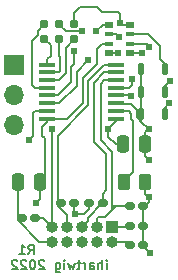
<source format=gbr>
%TF.GenerationSoftware,KiCad,Pcbnew,(6.0.5-0)*%
%TF.CreationDate,2022-12-27T15:40:18-08:00*%
%TF.ProjectId,talonsrx-enc-aeat-6600,74616c6f-6e73-4727-982d-656e632d6165,rev?*%
%TF.SameCoordinates,PX9157080PY6d01460*%
%TF.FileFunction,Copper,L2,Bot*%
%TF.FilePolarity,Positive*%
%FSLAX46Y46*%
G04 Gerber Fmt 4.6, Leading zero omitted, Abs format (unit mm)*
G04 Created by KiCad (PCBNEW (6.0.5-0)) date 2022-12-27 15:40:18*
%MOMM*%
%LPD*%
G01*
G04 APERTURE LIST*
G04 Aperture macros list*
%AMRoundRect*
0 Rectangle with rounded corners*
0 $1 Rounding radius*
0 $2 $3 $4 $5 $6 $7 $8 $9 X,Y pos of 4 corners*
0 Add a 4 corners polygon primitive as box body*
4,1,4,$2,$3,$4,$5,$6,$7,$8,$9,$2,$3,0*
0 Add four circle primitives for the rounded corners*
1,1,$1+$1,$2,$3*
1,1,$1+$1,$4,$5*
1,1,$1+$1,$6,$7*
1,1,$1+$1,$8,$9*
0 Add four rect primitives between the rounded corners*
20,1,$1+$1,$2,$3,$4,$5,0*
20,1,$1+$1,$4,$5,$6,$7,0*
20,1,$1+$1,$6,$7,$8,$9,0*
20,1,$1+$1,$8,$9,$2,$3,0*%
G04 Aperture macros list end*
%ADD10C,0.152400*%
%TA.AperFunction,NonConductor*%
%ADD11C,0.152400*%
%TD*%
%TA.AperFunction,SMDPad,CuDef*%
%ADD12RoundRect,0.160000X-0.222500X-0.160000X0.222500X-0.160000X0.222500X0.160000X-0.222500X0.160000X0*%
%TD*%
%TA.AperFunction,SMDPad,CuDef*%
%ADD13RoundRect,0.160000X0.222500X0.160000X-0.222500X0.160000X-0.222500X-0.160000X0.222500X-0.160000X0*%
%TD*%
%TA.AperFunction,ComponentPad*%
%ADD14O,1.700000X1.700000*%
%TD*%
%TA.AperFunction,ComponentPad*%
%ADD15R,1.700000X1.700000*%
%TD*%
%TA.AperFunction,SMDPad,CuDef*%
%ADD16RoundRect,0.250000X-0.250000X-0.475000X0.250000X-0.475000X0.250000X0.475000X-0.250000X0.475000X0*%
%TD*%
%TA.AperFunction,SMDPad,CuDef*%
%ADD17R,1.475000X0.450000*%
%TD*%
%TA.AperFunction,ComponentPad*%
%ADD18R,1.000000X1.000000*%
%TD*%
%TA.AperFunction,ComponentPad*%
%ADD19O,1.000000X1.000000*%
%TD*%
%TA.AperFunction,SMDPad,CuDef*%
%ADD20R,0.800000X0.500000*%
%TD*%
%TA.AperFunction,SMDPad,CuDef*%
%ADD21R,0.800000X0.400000*%
%TD*%
%TA.AperFunction,SMDPad,CuDef*%
%ADD22RoundRect,0.250000X0.250000X0.475000X-0.250000X0.475000X-0.250000X-0.475000X0.250000X-0.475000X0*%
%TD*%
%TA.AperFunction,SMDPad,CuDef*%
%ADD23RoundRect,0.143750X-0.143750X-0.331250X0.143750X-0.331250X0.143750X0.331250X-0.143750X0.331250X0*%
%TD*%
%TA.AperFunction,ConnectorPad*%
%ADD24C,0.784860*%
%TD*%
%TA.AperFunction,SMDPad,CuDef*%
%ADD25RoundRect,0.250000X-0.262500X-0.450000X0.262500X-0.450000X0.262500X0.450000X-0.262500X0.450000X0*%
%TD*%
%TA.AperFunction,ViaPad*%
%ADD26C,0.609600*%
%TD*%
%TA.AperFunction,Conductor*%
%ADD27C,0.203200*%
%TD*%
G04 APERTURE END LIST*
D10*
D11*
X3400869Y1806096D02*
X3667536Y2187048D01*
X3858012Y1806096D02*
X3858012Y2606096D01*
X3553250Y2606096D01*
X3477060Y2568000D01*
X3438964Y2529905D01*
X3400869Y2453715D01*
X3400869Y2339429D01*
X3438964Y2263239D01*
X3477060Y2225143D01*
X3553250Y2187048D01*
X3858012Y2187048D01*
X2638964Y1806096D02*
X3096107Y1806096D01*
X2867536Y1806096D02*
X2867536Y2606096D01*
X2943726Y2491810D01*
X3019917Y2415620D01*
X3096107Y2377524D01*
X10067536Y518096D02*
X10067536Y1051429D01*
X10067536Y1318096D02*
X10105631Y1280000D01*
X10067536Y1241905D01*
X10029440Y1280000D01*
X10067536Y1318096D01*
X10067536Y1241905D01*
X9686583Y518096D02*
X9686583Y1318096D01*
X9343726Y518096D02*
X9343726Y937143D01*
X9381821Y1013334D01*
X9458012Y1051429D01*
X9572298Y1051429D01*
X9648488Y1013334D01*
X9686583Y975239D01*
X8619917Y518096D02*
X8619917Y937143D01*
X8658012Y1013334D01*
X8734202Y1051429D01*
X8886583Y1051429D01*
X8962774Y1013334D01*
X8619917Y556191D02*
X8696107Y518096D01*
X8886583Y518096D01*
X8962774Y556191D01*
X9000869Y632381D01*
X9000869Y708572D01*
X8962774Y784762D01*
X8886583Y822858D01*
X8696107Y822858D01*
X8619917Y860953D01*
X8238964Y518096D02*
X8238964Y1051429D01*
X8238964Y899048D02*
X8200869Y975239D01*
X8162774Y1013334D01*
X8086583Y1051429D01*
X8010393Y1051429D01*
X7858012Y1051429D02*
X7553250Y1051429D01*
X7743726Y1318096D02*
X7743726Y632381D01*
X7705631Y556191D01*
X7629440Y518096D01*
X7553250Y518096D01*
X7362774Y1051429D02*
X7210393Y518096D01*
X7058012Y899048D01*
X6905631Y518096D01*
X6753250Y1051429D01*
X6448488Y518096D02*
X6448488Y1051429D01*
X6448488Y1318096D02*
X6486583Y1280000D01*
X6448488Y1241905D01*
X6410393Y1280000D01*
X6448488Y1318096D01*
X6448488Y1241905D01*
X5724679Y1051429D02*
X5724679Y403810D01*
X5762774Y327620D01*
X5800869Y289524D01*
X5877060Y251429D01*
X5991345Y251429D01*
X6067536Y289524D01*
X5724679Y556191D02*
X5800869Y518096D01*
X5953250Y518096D01*
X6029440Y556191D01*
X6067536Y594286D01*
X6105631Y670477D01*
X6105631Y899048D01*
X6067536Y975239D01*
X6029440Y1013334D01*
X5953250Y1051429D01*
X5800869Y1051429D01*
X5724679Y1013334D01*
X4772298Y1241905D02*
X4734202Y1280000D01*
X4658012Y1318096D01*
X4467536Y1318096D01*
X4391345Y1280000D01*
X4353250Y1241905D01*
X4315155Y1165715D01*
X4315155Y1089524D01*
X4353250Y975239D01*
X4810393Y518096D01*
X4315155Y518096D01*
X3819917Y1318096D02*
X3743726Y1318096D01*
X3667536Y1280000D01*
X3629440Y1241905D01*
X3591345Y1165715D01*
X3553250Y1013334D01*
X3553250Y822858D01*
X3591345Y670477D01*
X3629440Y594286D01*
X3667536Y556191D01*
X3743726Y518096D01*
X3819917Y518096D01*
X3896107Y556191D01*
X3934202Y594286D01*
X3972298Y670477D01*
X4010393Y822858D01*
X4010393Y1013334D01*
X3972298Y1165715D01*
X3934202Y1241905D01*
X3896107Y1280000D01*
X3819917Y1318096D01*
X3248488Y1241905D02*
X3210393Y1280000D01*
X3134202Y1318096D01*
X2943726Y1318096D01*
X2867536Y1280000D01*
X2829440Y1241905D01*
X2791345Y1165715D01*
X2791345Y1089524D01*
X2829440Y975239D01*
X3286583Y518096D01*
X2791345Y518096D01*
X2486583Y1241905D02*
X2448488Y1280000D01*
X2372298Y1318096D01*
X2181821Y1318096D01*
X2105631Y1280000D01*
X2067536Y1241905D01*
X2029440Y1165715D01*
X2029440Y1089524D01*
X2067536Y975239D01*
X2524679Y518096D01*
X2029440Y518096D01*
D12*
%TO.P,D9,2,A2*%
%TO.N,GND*%
X13145500Y2540000D03*
%TO.P,D9,1,A1*%
%TO.N,+5V*%
X12000500Y2540000D03*
%TD*%
D13*
%TO.P,D8,1,A1*%
%TO.N,/ANA_IN*%
X4001500Y4826000D03*
%TO.P,D8,2,A2*%
%TO.N,GND*%
X2856500Y4826000D03*
%TD*%
D12*
%TO.P,D7,1,A1*%
%TO.N,+3V3*%
X12000500Y4191000D03*
%TO.P,D7,2,A2*%
%TO.N,GND*%
X13145500Y4191000D03*
%TD*%
%TO.P,D6,1,A1*%
%TO.N,/ENC_A*%
X6158500Y6096000D03*
%TO.P,D6,2,A2*%
%TO.N,GND*%
X7303500Y6096000D03*
%TD*%
D13*
%TO.P,D5,1,A1*%
%TO.N,/ENC_B*%
X9716500Y6096000D03*
%TO.P,D5,2,A2*%
%TO.N,GND*%
X8571500Y6096000D03*
%TD*%
D12*
%TO.P,D4,1,A1*%
%TO.N,/ENC_IDX*%
X12000500Y5842000D03*
%TO.P,D4,2,A2*%
%TO.N,GND*%
X13145500Y5842000D03*
%TD*%
D14*
%TO.P,J3,3,Pin_3*%
%TO.N,+5V*%
X2222500Y12700000D03*
%TO.P,J3,2,Pin_2*%
%TO.N,/ANA_IN*%
X2222500Y15240000D03*
D15*
%TO.P,J3,1,Pin_1*%
%TO.N,GND*%
X2222500Y17780000D03*
%TD*%
D16*
%TO.P,C2,1*%
%TO.N,/ANA_IN*%
X11432500Y11112500D03*
%TO.P,C2,2*%
%TO.N,GND*%
X13332500Y11112500D03*
%TD*%
D17*
%TO.P,U1,16,DO/DI*%
%TO.N,/SSI_DIO*%
X4999500Y17832500D03*
%TO.P,U1,15,CLK*%
%TO.N,/SSI_CLK*%
X4999500Y17182500D03*
%TO.P,U1,14,NCS*%
%TO.N,/SSI_NCS*%
X4999500Y16532500D03*
%TO.P,U1,13,PROG*%
%TO.N,/PROG*%
X4999500Y15882500D03*
%TO.P,U1,12,VPP*%
%TO.N,/VPP*%
X4999500Y15232500D03*
%TO.P,U1,11,PWRDOWN*%
%TO.N,/PWRDOWN*%
X4999500Y14582500D03*
%TO.P,U1,10,VDD_F*%
%TO.N,/VDD_F*%
X4999500Y13932500D03*
%TO.P,U1,9,VDD*%
%TO.N,/VDD*%
X4999500Y13282500D03*
%TO.P,U1,8,PWM*%
%TO.N,/ANA_IN*%
X10875500Y13282500D03*
%TO.P,U1,7,ALIGN*%
%TO.N,/ALIGN*%
X10875500Y13932500D03*
%TO.P,U1,6,GND*%
%TO.N,GND*%
X10875500Y14582500D03*
%TO.P,U1,5,MAG_LO/OTP_PROG_STAT*%
%TO.N,/MAG_LO*%
X10875500Y15232500D03*
%TO.P,U1,4,MAG_HI/OTP_ERR*%
%TO.N,/MAG_HI*%
X10875500Y15882500D03*
%TO.P,U1,3,I/W*%
%TO.N,/ENC_IDX*%
X10875500Y16532500D03*
%TO.P,U1,2,B/V*%
%TO.N,/ENC_B*%
X10875500Y17182500D03*
%TO.P,U1,1,A/U*%
%TO.N,/ENC_A*%
X10875500Y17832500D03*
%TD*%
D18*
%TO.P,J1,1,Pin_1*%
%TO.N,+3V3*%
X10477500Y4117500D03*
D19*
%TO.P,J1,2,Pin_2*%
%TO.N,+5V*%
X10477500Y2847500D03*
%TO.P,J1,3,Pin_3*%
%TO.N,/ENC_IDX*%
X9207500Y4117500D03*
%TO.P,J1,4,Pin_4*%
%TO.N,/LIM_FWD*%
X9207500Y2847500D03*
%TO.P,J1,5,Pin_5*%
%TO.N,/ENC_B*%
X7937500Y4117500D03*
%TO.P,J1,6,Pin_6*%
%TO.N,unconnected-(J1-Pad6)*%
X7937500Y2847500D03*
%TO.P,J1,7,Pin_7*%
%TO.N,/ENC_A*%
X6667500Y4117500D03*
%TO.P,J1,8,Pin_8*%
%TO.N,/LIM_REV*%
X6667500Y2847500D03*
%TO.P,J1,9,Pin_9*%
%TO.N,/ANA_IN*%
X5397500Y4117500D03*
%TO.P,J1,10,Pin_10*%
%TO.N,GND*%
X5397500Y2847500D03*
%TD*%
D20*
%TO.P,RN1,1,R1.1*%
%TO.N,GND*%
X12012500Y21202500D03*
D21*
%TO.P,RN1,2,R1.1*%
%TO.N,/MAG_LO_A*%
X12012500Y20402500D03*
%TO.P,RN1,3,R1.1*%
%TO.N,/VDD_A*%
X12012500Y19602500D03*
D20*
%TO.P,RN1,4,R1.1*%
%TO.N,/MAG_HI_A*%
X12012500Y18802500D03*
%TO.P,RN1,5,R1.2*%
%TO.N,/MAG_HI*%
X10212500Y18802500D03*
D21*
%TO.P,RN1,6,R1.2*%
%TO.N,/VDD*%
X10212500Y19602500D03*
%TO.P,RN1,7,R1.2*%
%TO.N,/MAG_LO*%
X10212500Y20402500D03*
D20*
%TO.P,RN1,8,R1.2*%
%TO.N,/PWRDOWN*%
X10212500Y21202500D03*
%TD*%
D22*
%TO.P,C1,2*%
%TO.N,GND*%
X2542500Y7937500D03*
%TO.P,C1,1*%
%TO.N,/VDD*%
X4442500Y7937500D03*
%TD*%
D23*
%TO.P,D3,1,K*%
%TO.N,GND*%
X12982500Y15557500D03*
%TO.P,D3,2,A*%
%TO.N,/VDD_A*%
X14957500Y15557500D03*
%TD*%
%TO.P,D2,1,K*%
%TO.N,GND*%
X12982500Y17462500D03*
%TO.P,D2,2,A*%
%TO.N,/MAG_LO_A*%
X14957500Y17462500D03*
%TD*%
D24*
%TO.P,J2,6,Pin_6*%
%TO.N,/SSI_NCS*%
X7302500Y20002500D03*
%TO.P,J2,5,Pin_5*%
%TO.N,GND*%
X7302500Y21272500D03*
%TO.P,J2,4,Pin_4*%
%TO.N,/SSI_CLK*%
X6032500Y20002500D03*
%TO.P,J2,3,Pin_3*%
%TO.N,/VPP*%
X6032500Y21272500D03*
%TO.P,J2,2,Pin_2*%
%TO.N,/SSI_DIO*%
X4762500Y20002500D03*
%TO.P,J2,1,Pin_1*%
%TO.N,/PROG*%
X4762500Y21272500D03*
%TD*%
D25*
%TO.P,R3,1*%
%TO.N,/ALIGN*%
X11470000Y7937500D03*
%TO.P,R3,2*%
%TO.N,GND*%
X13295000Y7937500D03*
%TD*%
D23*
%TO.P,D1,1,K*%
%TO.N,GND*%
X12982500Y13652500D03*
%TO.P,D1,2,A*%
%TO.N,/MAG_HI_A*%
X14957500Y13652500D03*
%TD*%
D26*
%TO.N,GND*%
X13716000Y1905000D03*
X7366000Y5207000D03*
%TO.N,/VPP*%
X7300000Y19000000D03*
%TO.N,/PWRDOWN*%
X8500000Y18200000D03*
%TO.N,GND*%
X11200000Y21400000D03*
%TO.N,/MAG_HI*%
X11000000Y18800000D03*
%TO.N,/MAG_LO*%
X11055342Y20142488D03*
X12137292Y15197423D03*
%TO.N,/MAG_HI*%
X12171302Y16648226D03*
%TO.N,/MAG_HI_A*%
X13000000Y18800000D03*
%TO.N,/VDD_A*%
X15401572Y16496678D03*
%TO.N,/MAG_HI_A*%
X15313618Y14557090D03*
%TO.N,GND*%
X13600000Y12400000D03*
X13600000Y6600000D03*
X13600000Y9800000D03*
%TO.N,/PWRDOWN*%
X9150000Y20650000D03*
%TO.N,/VPP*%
X7950000Y20650000D03*
%TO.N,/VDD_F*%
X3500000Y11500000D03*
%TO.N,/VDD*%
X4100000Y6100000D03*
%TO.N,/ANA_IN*%
X5397500Y12382500D03*
X10184900Y12382500D03*
%TO.N,/VDD_A*%
X13652500Y19367500D03*
%TD*%
D27*
%TO.N,GND*%
X13145500Y2540000D02*
X13145500Y2475500D01*
X13145500Y2475500D02*
X13716000Y1905000D01*
X13145500Y4191000D02*
X13145500Y2540000D01*
%TO.N,+3V3*%
X10477500Y4117500D02*
X11927000Y4117500D01*
X11927000Y4117500D02*
X12000500Y4191000D01*
%TO.N,+5V*%
X10477500Y2847500D02*
X11693000Y2847500D01*
X11693000Y2847500D02*
X12000500Y2540000D01*
%TO.N,GND*%
X13145500Y4445000D02*
X13145500Y5842000D01*
X13145500Y5842000D02*
X13208000Y5842000D01*
X13208000Y5842000D02*
X13600000Y6234000D01*
X13600000Y6234000D02*
X13600000Y6600000D01*
X8571500Y6096000D02*
X8571500Y5650500D01*
X8571500Y5650500D02*
X8128000Y5207000D01*
X8128000Y5207000D02*
X7366000Y5207000D01*
X7303500Y6096000D02*
X7303500Y5269500D01*
%TO.N,/ENC_B*%
X9682489Y6096000D02*
X9716500Y6096000D01*
X7937500Y4117500D02*
X8437499Y4617499D01*
X8437499Y4851010D02*
X9682489Y6096000D01*
X8437499Y4617499D02*
X8437499Y4851010D01*
%TO.N,GND*%
X7303500Y5269500D02*
X7366000Y5207000D01*
%TO.N,/ENC_A*%
X9852778Y17832500D02*
X10875500Y17832500D01*
X6667500Y5132500D02*
X5900000Y5900000D01*
X8500000Y16479722D02*
X9852778Y17832500D01*
X8500000Y14400000D02*
X8500000Y16479722D01*
X5900000Y11800000D02*
X8500000Y14400000D01*
X5900000Y5900000D02*
X5900000Y11800000D01*
X6667500Y4117500D02*
X6667500Y5132500D01*
%TO.N,/ENC_B*%
X9716500Y6096000D02*
X9716500Y6916500D01*
X9716500Y6916500D02*
X10000000Y7200000D01*
%TO.N,/ENC_IDX*%
X10477500Y5524500D02*
X10477500Y5905500D01*
X10477500Y5905500D02*
X10477500Y10477500D01*
X10795000Y5842000D02*
X10541000Y5842000D01*
X10541000Y5842000D02*
X10477500Y5905500D01*
X12000500Y5842000D02*
X10795000Y5842000D01*
X10795000Y5842000D02*
X10477500Y5524500D01*
X9207500Y4117500D02*
X9207500Y4824606D01*
X9207500Y4824606D02*
X9355505Y4972611D01*
X9355505Y4972611D02*
X9925611Y4972611D01*
X9525000Y11430000D02*
X9525000Y16204722D01*
X9925611Y4972611D02*
X10477500Y5524500D01*
X10477500Y10477500D02*
X9525000Y11430000D01*
X9525000Y16204722D02*
X9852778Y16532500D01*
X9852778Y16532500D02*
X10875500Y16532500D01*
%TO.N,/ANA_IN*%
X4001500Y4826000D02*
X4689000Y4826000D01*
X4689000Y4826000D02*
X5397500Y4117500D01*
X5397500Y4117500D02*
X5397500Y12382500D01*
%TO.N,GND*%
X12600000Y13400000D02*
X12600000Y14000000D01*
X10945389Y14512611D02*
X12087389Y14512611D01*
X10875500Y14582500D02*
X10945389Y14512611D01*
X12087389Y14512611D02*
X12600000Y14000000D01*
%TO.N,/VPP*%
X7300000Y18250000D02*
X7300000Y19000000D01*
%TO.N,/PWRDOWN*%
X7500000Y17200000D02*
X7500000Y16060278D01*
X7500000Y16060278D02*
X6022222Y14582500D01*
X8500000Y18200000D02*
X7500000Y17200000D01*
X6022222Y14582500D02*
X4999500Y14582500D01*
%TO.N,GND*%
X11200000Y21400000D02*
X11200000Y22100000D01*
X11200000Y22100000D02*
X11029387Y22270613D01*
X12012500Y21202500D02*
X11397500Y21202500D01*
X11397500Y21202500D02*
X11200000Y21400000D01*
%TO.N,/ALIGN*%
X11898222Y13932500D02*
X10875500Y13932500D01*
X12143290Y13687432D02*
X11898222Y13932500D01*
%TO.N,GND*%
X12982500Y13017500D02*
X12600000Y13400000D01*
%TO.N,/ALIGN*%
X12143290Y13210824D02*
X12143290Y13687432D01*
X12287620Y8755120D02*
X12287620Y13066494D01*
X12287620Y13066494D02*
X12143290Y13210824D01*
X11470000Y7937500D02*
X12287620Y8755120D01*
%TO.N,GND*%
X12982500Y15557500D02*
X12982500Y13652500D01*
X12982500Y17462500D02*
X12982500Y15557500D01*
%TO.N,/MAG_HI*%
X11000000Y18800000D02*
X10215000Y18800000D01*
X10215000Y18800000D02*
X10212500Y18802500D01*
%TO.N,/MAG_LO*%
X10212500Y20402500D02*
X10795330Y20402500D01*
X10795330Y20402500D02*
X11055342Y20142488D01*
X10875500Y15232500D02*
X12102215Y15232500D01*
X12102215Y15232500D02*
X12137292Y15197423D01*
%TO.N,/MAG_HI*%
X12171302Y16155580D02*
X12171302Y16648226D01*
X11898222Y15882500D02*
X12171302Y16155580D01*
X10875500Y15882500D02*
X11898222Y15882500D01*
%TO.N,/MAG_HI_A*%
X12015000Y18800000D02*
X12012500Y18802500D01*
X13000000Y18800000D02*
X12015000Y18800000D01*
%TO.N,/VDD_A*%
X14957500Y15557500D02*
X14957500Y16052606D01*
X14957500Y16052606D02*
X15401572Y16496678D01*
%TO.N,/MAG_HI_A*%
X14957500Y13652500D02*
X14957500Y14200972D01*
X14957500Y14200972D02*
X15313618Y14557090D01*
%TO.N,GND*%
X12982500Y13652500D02*
X12982500Y13017500D01*
X12982500Y13017500D02*
X13600000Y12400000D01*
X11029387Y22270613D02*
X9629387Y22270613D01*
X7300000Y21829979D02*
X7302500Y21827479D01*
X9629387Y22270613D02*
X9200000Y22700000D01*
X9200000Y22700000D02*
X7800000Y22700000D01*
X7800000Y22700000D02*
X7300000Y22200000D01*
X7302500Y21827479D02*
X7302500Y21272500D01*
X7300000Y22200000D02*
X7300000Y21829979D01*
X13332500Y11112500D02*
X13332500Y12132500D01*
X13332500Y12132500D02*
X13600000Y12400000D01*
X13332500Y11112500D02*
X13332500Y10067500D01*
X13332500Y10067500D02*
X13600000Y9800000D01*
X13295000Y7937500D02*
X13295000Y6905000D01*
X13295000Y6905000D02*
X13600000Y6600000D01*
%TO.N,/PWRDOWN*%
X9702500Y21202500D02*
X9150000Y20650000D01*
X10212500Y21202500D02*
X9702500Y21202500D01*
%TO.N,/VPP*%
X6032500Y21272500D02*
X6032500Y21217500D01*
X7300000Y18250000D02*
X7300000Y17900000D01*
X6600000Y20650000D02*
X7950000Y20650000D01*
X6032500Y21217500D02*
X6600000Y20650000D01*
X7043289Y16335589D02*
X7043289Y17643289D01*
%TO.N,/SSI_CLK*%
X6032500Y20002500D02*
X6032500Y18567500D01*
%TO.N,/VPP*%
X5940200Y15232500D02*
X7043289Y16335589D01*
X4999500Y15232500D02*
X5940200Y15232500D01*
%TO.N,/SSI_NCS*%
X6586578Y19286578D02*
X7302500Y20002500D01*
%TO.N,/SSI_CLK*%
X6129869Y17290147D02*
X6022222Y17182500D01*
%TO.N,/SSI_NCS*%
X6022222Y16532500D02*
X6586578Y17096856D01*
%TO.N,/SSI_CLK*%
X6022222Y17182500D02*
X4999500Y17182500D01*
%TO.N,/SSI_NCS*%
X6586578Y17096856D02*
X6586578Y19286578D01*
%TO.N,/SSI_CLK*%
X6129869Y18470131D02*
X6129869Y17290147D01*
%TO.N,/SSI_NCS*%
X4999500Y16532500D02*
X6022222Y16532500D01*
%TO.N,/VPP*%
X7043289Y17643289D02*
X7300000Y17900000D01*
%TO.N,/SSI_CLK*%
X6032500Y18567500D02*
X6129869Y18470131D01*
%TO.N,/VDD*%
X10212500Y19602500D02*
X9609300Y19602500D01*
X9609300Y19602500D02*
X9200000Y19193200D01*
X9200000Y19193200D02*
X9200000Y17900000D01*
X9200000Y17900000D02*
X8000000Y16700000D01*
X8000000Y16700000D02*
X8000000Y14600000D01*
X6682500Y13282500D02*
X4999500Y13282500D01*
X8000000Y14600000D02*
X6682500Y13282500D01*
%TO.N,GND*%
X2542500Y7937500D02*
X2542500Y4657500D01*
X4352500Y2847500D02*
X5397500Y2847500D01*
X2542500Y4657500D02*
X4352500Y2847500D01*
%TO.N,/VDD_F*%
X4999500Y13932500D02*
X3976778Y13932500D01*
X3976778Y13932500D02*
X3800000Y13755722D01*
X3800000Y13755722D02*
X3800000Y13300000D01*
X3800000Y13300000D02*
X3800000Y11800000D01*
X3800000Y11800000D02*
X3500000Y11500000D01*
%TO.N,/VDD*%
X4442500Y7937500D02*
X4442500Y6442500D01*
X4442500Y6442500D02*
X4100000Y6100000D01*
X4999500Y13282500D02*
X4999500Y12999500D01*
X4999500Y12999500D02*
X4600000Y12600000D01*
X4600000Y12600000D02*
X4600000Y11800000D01*
X4600000Y11800000D02*
X4800000Y11600000D01*
X4800000Y11600000D02*
X4800000Y8295000D01*
X4800000Y8295000D02*
X4442500Y7937500D01*
%TO.N,/PROG*%
X4999500Y15882500D02*
X3976778Y15882500D01*
X4214651Y20314651D02*
X4214651Y20724651D01*
X3976778Y15882500D02*
X3745111Y16114167D01*
X4214651Y20724651D02*
X4762500Y21272500D01*
X3745111Y16114167D02*
X3745111Y19845111D01*
X3745111Y19845111D02*
X4214651Y20314651D01*
%TO.N,/SSI_DIO*%
X4762500Y20002500D02*
X5300000Y19465000D01*
X4999500Y18299500D02*
X4999500Y17832500D01*
X5300000Y19465000D02*
X5300000Y18600000D01*
X5300000Y18600000D02*
X4999500Y18299500D01*
%TO.N,/ENC_B*%
X9000000Y16329722D02*
X9852778Y17182500D01*
X10000000Y7200000D02*
X10000000Y10300000D01*
X10000000Y10300000D02*
X9000000Y11300000D01*
X9000000Y11300000D02*
X9000000Y16329722D01*
X9852778Y17182500D02*
X10875500Y17182500D01*
%TO.N,/ANA_IN*%
X10875500Y13282500D02*
X10875500Y13073100D01*
X10795000Y11112500D02*
X10184900Y11722600D01*
X10875500Y13073100D02*
X10184900Y12382500D01*
X11432500Y11112500D02*
X10795000Y11112500D01*
X10184900Y11722600D02*
X10184900Y12382500D01*
%TO.N,/MAG_LO_A*%
X14957500Y17909775D02*
X14957500Y17462500D01*
X14528637Y19424605D02*
X14528637Y18338637D01*
X13550742Y20402500D02*
X14528637Y19424605D01*
X14528637Y18338637D02*
X14957500Y17909775D01*
%TO.N,/VDD_A*%
X12615700Y19602500D02*
X13417500Y19602500D01*
%TO.N,/MAG_LO_A*%
X12012500Y20402500D02*
X13550742Y20402500D01*
%TO.N,/VDD_A*%
X13417500Y19602500D02*
X13652500Y19367500D01*
X12012500Y19602500D02*
X12615700Y19602500D01*
%TD*%
M02*

</source>
